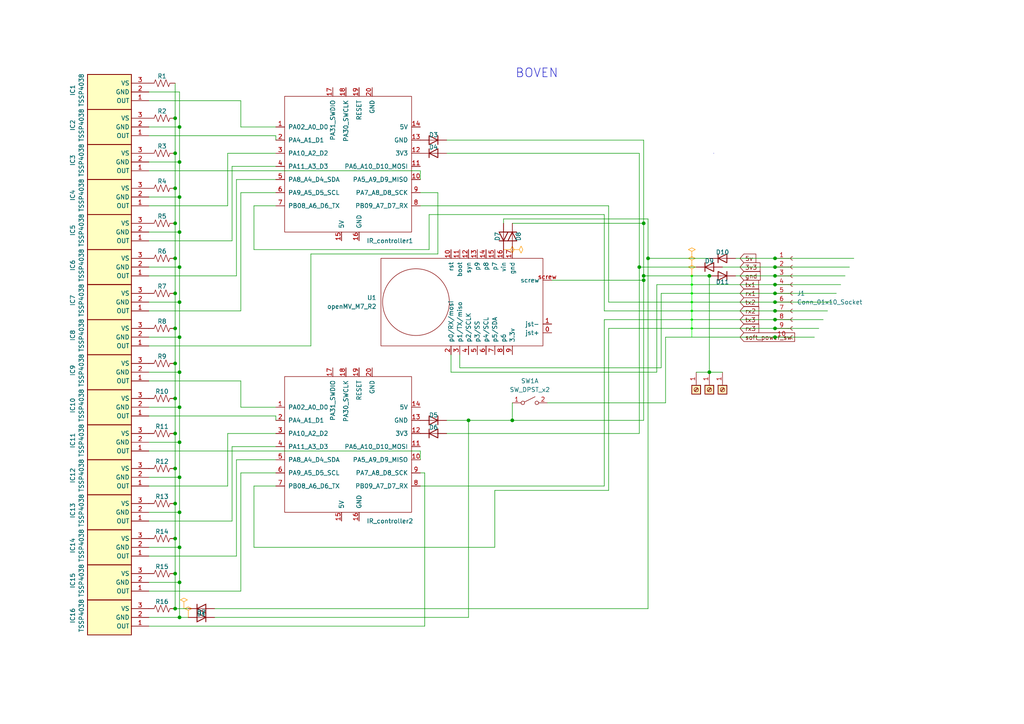
<source format=kicad_sch>
(kicad_sch (version 20250114) (generator "eeschema") (generator_version "9.0")
  (paper "A4")
  (lib_symbols
    (symbol "Connector:Conn_01x10_Socket" (pin_names (offset 1.016) (hide yes))
      (property "Reference" "J" (at 0 12.7 0))
      (property "Value" "Conn_01x10_Socket" (at 0 -15.24 0))
      (symbol "Conn_01x10_Socket_1_1"
        (polyline (pts (xy -1.27 10.16) (xy -0.508 10.16)) (stroke (width 0.1524)))
        (polyline (pts (xy -1.27 7.62) (xy -0.508 7.62)) (stroke (width 0.1524)))
        (polyline (pts (xy -1.27 5.08) (xy -0.508 5.08)) (stroke (width 0.1524)))
        (polyline (pts (xy -1.27 2.54) (xy -0.508 2.54)) (stroke (width 0.1524)))
        (polyline (pts (xy -1.27 0) (xy -0.508 0)) (stroke (width 0.1524)))
        (polyline (pts (xy -1.27 -2.54) (xy -0.508 -2.54)) (stroke (width 0.1524)))
        (polyline (pts (xy -1.27 -5.08) (xy -0.508 -5.08)) (stroke (width 0.1524)))
        (polyline (pts (xy -1.27 -7.62) (xy -0.508 -7.62)) (stroke (width 0.1524)))
        (polyline (pts (xy -1.27 -10.16) (xy -0.508 -10.16)) (stroke (width 0.1524)))
        (polyline (pts (xy -1.27 -12.7) (xy -0.508 -12.7)) (stroke (width 0.1524)))
        (arc (start 0 9.652) (mid -0.5058 10.16) (end 0 10.668) (stroke (width 0.1524)))
        (arc (start 0 7.112) (mid -0.5058 7.62) (end 0 8.128) (stroke (width 0.1524)))
        (arc (start 0 4.572) (mid -0.5058 5.08) (end 0 5.588) (stroke (width 0.1524)))
        (arc (start 0 2.032) (mid -0.5058 2.54) (end 0 3.048) (stroke (width 0.1524)))
        (arc (start 0 -0.508) (mid -0.5058 0) (end 0 0.508) (stroke (width 0.1524)))
        (arc (start 0 -3.048) (mid -0.5058 -2.54) (end 0 -2.032) (stroke (width 0.1524)))
        (arc (start 0 -5.588) (mid -0.5058 -5.08) (end 0 -4.572) (stroke (width 0.1524)))
        (arc (start 0 -8.128) (mid -0.5058 -7.62) (end 0 -7.112) (stroke (width 0.1524)))
        (arc (start 0 -10.668) (mid -0.5058 -10.16) (end 0 -9.652) (stroke (width 0.1524)))
        (arc (start 0 -13.208) (mid -0.5058 -12.7) (end 0 -12.192) (stroke (width 0.1524)))
        (pin passive line (at -5.08 10.16 0) (length 3.81) (name "Pin_1") (number "1"))
        (pin passive line (at -5.08 7.62 0) (length 3.81) (name "Pin_2") (number "2"))
        (pin passive line (at -5.08 5.08 0) (length 3.81) (name "Pin_3") (number "3"))
        (pin passive line (at -5.08 2.54 0) (length 3.81) (name "Pin_4") (number "4"))
        (pin passive line (at -5.08 0 0) (length 3.81) (name "Pin_5") (number "5"))
        (pin passive line (at -5.08 -2.54 0) (length 3.81) (name "Pin_6") (number "6"))
        (pin passive line (at -5.08 -5.08 0) (length 3.81) (name "Pin_7") (number "7"))
        (pin passive line (at -5.08 -7.62 0) (length 3.81) (name "Pin_8") (number "8"))
        (pin passive line (at -5.08 -10.16 0) (length 3.81) (name "Pin_9") (number "9"))
        (pin passive line (at -5.08 -12.7 0) (length 3.81) (name "Pin_10") (number "10"))
      )
    )
    (symbol "Connector:Screw_Terminal_01x01" (pin_names (offset 1.016) (hide yes))
      (property "Reference" "J" (at 0 2.54 0))
      (property "Value" "Screw_Terminal_01x01" (at 0 -2.54 0))
      (symbol "Screw_Terminal_01x01_1_1"
        (rectangle (start -1.27 1.27) (end 1.27 -1.27) (stroke (width 0.254)) (fill (type background)))
        (polyline (pts (xy -0.5334 0.3302) (xy 0.3302 -0.508)) (stroke (width 0.1524)))
        (polyline (pts (xy -0.3556 0.508) (xy 0.508 -0.3302)) (stroke (width 0.1524)))
        (circle (center 0 0) (radius 0.635) (stroke (width 0.1524)))
        (pin passive line (at -5.08 0 0) (length 3.81) (name "Pin_1") (number "1"))
      )
    )
    (symbol "Library:D" (pin_numbers (hide yes)) (pin_names (offset 1.016) (hide yes))
      (property "Reference" "D" (at 0 2.54 0))
      (property "Value" "D" (at 0 -2.54 0))
      (symbol "D_0_1"
        (polyline (pts (xy -1.27 1.27) (xy -1.27 -1.27)) (stroke (width 0.254)))
        (polyline (pts (xy 1.27 1.27) (xy 1.27 -1.27) (xy -1.27 0) (xy 1.27 1.27)) (stroke (width 0.254)))
        (polyline (pts (xy 1.27 0) (xy -1.27 0)))
      )
      (symbol "D_1_1"
        (pin passive line (at -3.81 0 0) (length 2.54) (name "K") (number "1"))
        (pin passive line (at 3.81 0 180) (length 2.54) (name "A") (number "2"))
      )
    )
    (symbol "Library:R_US" (pin_numbers (hide yes)) (pin_names (offset 0))
      (property "Reference" "R" (at 2.54 0 90))
      (property "Value" "R_US" (at -2.54 0 90))
      (symbol "R_US_0_1"
        (polyline (pts (xy 0 2.286) (xy 0 2.54)))
        (polyline (pts (xy 0 2.286) (xy 1.016 1.905) (xy 0 1.524) (xy -1.016 1.143) (xy 0 0.762)))
        (polyline (pts (xy 0 0.762) (xy 1.016 0.381) (xy 0 0) (xy -1.016 -0.381) (xy 0 -0.762)))
        (polyline (pts (xy 0 -0.762) (xy 1.016 -1.143) (xy 0 -1.524) (xy -1.016 -1.905) (xy 0 -2.286)))
        (polyline (pts (xy 0 -2.286) (xy 0 -2.54)))
      )
      (symbol "R_US_1_1"
        (pin passive line (at 0 3.81 270) (length 1.27) (name "~") (number "1"))
        (pin passive line (at 0 -3.81 90) (length 1.27) (name "~") (number "2"))
      )
    )
    (symbol "Library:SW_DPST_x2" (pin_names (offset 0) (hide yes))
      (property "Reference" "SW" (at 0 3.175 0))
      (property "Value" "SW_DPST_x2" (at 0 -2.54 0))
      (symbol "SW_DPST_x2_0_0"
        (circle (center -2.032 0) (radius 0.508))
        (polyline (pts (xy -1.524 0.254) (xy 1.524 1.778)))
        (circle (center 2.032 0) (radius 0.508))
      )
      (symbol "SW_DPST_x2_1_1"
        (pin passive line (at -5.08 0 0) (length 2.54) (name "A") (number "1"))
        (pin passive line (at 5.08 0 180) (length 2.54) (name "B") (number "2"))
      )
      (symbol "SW_DPST_x2_2_1"
        (pin passive line (at -5.08 0 0) (length 2.54) (name "A") (number "3"))
        (pin passive line (at 5.08 0 180) (length 2.54) (name "B") (number "4"))
      )
    )
    (symbol "Library:Seeed Studio XIAO SAMD21" (pin_names (offset 1.016))
      (property "Reference" "U" (at -19.05 22.86 0))
      (property "Value" "Seeed Studio XIAO SAMD21" (at -12.7 21.59 0))
      (symbol "Seeed Studio XIAO SAMD21_0_1"
        (rectangle (start -19.05 20.32) (end 17.78 -19.05))
      )
      (symbol "Seeed Studio XIAO SAMD21_1_1"
        (pin unspecified line (at -21.59 11.43 0) (length 2.54) (name "PA02_A0_D0") (number "1"))
        (pin unspecified line (at -21.59 7.62 0) (length 2.54) (name "PA4_A1_D1") (number "2"))
        (pin unspecified line (at -21.59 3.81 0) (length 2.54) (name "PA10_A2_D2") (number "3"))
        (pin unspecified line (at -21.59 0 0) (length 2.54) (name "PA11_A3_D3") (number "4"))
        (pin unspecified line (at -21.59 -3.81 0) (length 2.54) (name "PA8_A4_D4_SDA") (number "5"))
        (pin unspecified line (at -21.59 -7.62 0) (length 2.54) (name "PA9_A5_D5_SCL") (number "6"))
        (pin unspecified line (at -21.59 -11.43 0) (length 2.54) (name "PB08_A6_D6_TX") (number "7"))
        (pin input line (at -5.08 22.86 270) (length 2.54) (name "PA31_SWDIO") (number "17"))
        (pin input line (at -2.54 -21.59 90) (length 2.54) (name "5V") (number "15"))
        (pin input line (at -1.27 22.86 270) (length 2.54) (name "PA30_SWCLK") (number "18"))
        (pin input line (at 2.54 22.86 270) (length 2.54) (name "RESET") (number "19"))
        (pin input line (at 2.54 -21.59 90) (length 2.54) (name "GND") (number "16"))
        (pin input line (at 6.35 22.86 270) (length 2.54) (name "GND") (number "20"))
        (pin unspecified line (at 20.32 11.43 180) (length 2.54) (name "5V") (number "14"))
        (pin unspecified line (at 20.32 7.62 180) (length 2.54) (name "GND") (number "13"))
        (pin unspecified line (at 20.32 3.81 180) (length 2.54) (name "3V3") (number "12"))
        (pin unspecified line (at 20.32 0 180) (length 2.54) (name "PA6_A10_D10_MOSI") (number "11"))
        (pin unspecified line (at 20.32 -3.81 180) (length 2.54) (name "PA5_A9_D9_MISO") (number "10"))
        (pin unspecified line (at 20.32 -7.62 180) (length 2.54) (name "PA7_A8_D8_SCK") (number "9"))
        (pin unspecified line (at 20.32 -11.43 180) (length 2.54) (name "PB09_A7_D7_RX") (number "8"))
      )
    )
    (symbol "Library:TSSP4038"
      (property "Reference" "IC" (at 19.05 7.62 0))
      (property "Value" "TSSP4038" (at 19.05 5.08 0))
      (symbol "TSSP4038_1_1"
        (rectangle (start 5.08 2.54) (end 17.78 -7.62) (stroke (width 0.254)) (fill (type background)))
        (pin passive line (at 0 0 0) (length 5.08) (name "OUT") (number "1"))
        (pin passive line (at 0 -2.54 0) (length 5.08) (name "GND") (number "2"))
        (pin passive line (at 0 -5.08 0) (length 5.08) (name "VS") (number "3"))
      )
    )
    (symbol "Library:openMV_M7_R2" (pin_names (offset 1.016))
      (property "Reference" "U" (at 0 34.29 0))
      (property "Value" "openMV_M7_R2" (at 0 30.48 0))
      (symbol "openMV_M7_R2_0_1"
        (rectangle (start -12.7 25.4) (end 12.7 -21.59))
        (circle (center 0 15.24) (radius 9.6774))
      )
      (symbol "openMV_M7_R2_1_1"
        (pin bidirectional line (at -15.24 5.08 0) (length 2.54) (name "p0/RX/mosi") (number "2"))
        (pin bidirectional line (at -15.24 2.54 0) (length 2.54) (name "p1/TX/miso") (number "3"))
        (pin bidirectional line (at -15.24 0 0) (length 2.54) (name "p2/SCLK") (number "4"))
        (pin bidirectional line (at -15.24 -2.54 0) (length 2.54) (name "p3/SS") (number "5"))
        (pin bidirectional line (at -15.24 -5.08 0) (length 2.54) (name "p4/SCL") (number "6"))
        (pin bidirectional line (at -15.24 -7.62 0) (length 2.54) (name "p5/SDA") (number "7"))
        (pin bidirectional line (at -15.24 -10.16 0) (length 2.54) (name "p6") (number "8"))
        (pin power_in line (at -15.24 -12.7 0) (length 2.54) (name "3.3v") (number "9"))
        (pin power_in line (at -8.89 -24.13 90) (length 2.54) (name "jst+") (number "0"))
        (pin power_in line (at -6.35 -24.13 90) (length 2.54) (name "jst-") (number "1"))
        (pin passive line (at 6.35 -24.13 90) (length 2.54) (name "screw") (number "screw"))
        (pin input line (at 15.24 5.08 180) (length 2.54) (name "rst") (number "10"))
        (pin bidirectional line (at 15.24 2.54 180) (length 2.54) (name "boot") (number "11"))
        (pin bidirectional line (at 15.24 0 180) (length 2.54) (name "syn") (number "12"))
        (pin bidirectional line (at 15.24 -2.54 180) (length 2.54) (name "p9") (number "13"))
        (pin bidirectional line (at 15.24 -5.08 180) (length 2.54) (name "p8") (number "14"))
        (pin bidirectional line (at 15.24 -7.62 180) (length 2.54) (name "p7") (number "15"))
        (pin bidirectional line (at 15.24 -10.16 180) (length 2.54) (name "vin") (number "16"))
        (pin bidirectional line (at 15.24 -12.7 180) (length 2.54) (name "gnd") (number "17"))
      )
    )
  )
  (rectangle (start 207.01 44.45) (end 207.01 44.45))
  (text "BOVEN\n" (at 155.702 21.336 0) (effects (font (size 2.54 2.54))))
  (junction (at 224.79 95.25))
  (junction (at 52.07 97.79))
  (junction (at 52.07 138.43))
  (junction (at 224.79 82.55))
  (junction (at 52.07 87.63))
  (junction (at 50.8 74.93))
  (junction (at 187.96 74.93))
  (junction (at 50.8 156.21))
  (junction (at 50.8 135.89))
  (junction (at 52.07 148.59))
  (junction (at 52.07 57.15))
  (junction (at 50.8 166.37))
  (junction (at 205.74 107.95))
  (junction (at 50.8 105.41))
  (junction (at 52.07 107.95))
  (junction (at 52.07 36.83))
  (junction (at 224.79 92.71))
  (junction (at 224.79 87.63))
  (junction (at 186.69 81.28))
  (junction (at 205.74 80.01))
  (junction (at 52.07 46.99))
  (junction (at 224.79 97.79))
  (junction (at 50.8 146.05))
  (junction (at 52.07 179.07))
  (junction (at 224.79 74.93))
  (junction (at 224.79 77.47))
  (junction (at 50.8 44.45))
  (junction (at 50.8 115.57))
  (junction (at 52.07 128.27))
  (junction (at 224.79 80.01))
  (junction (at 50.8 85.09))
  (junction (at 224.79 90.17))
  (junction (at 50.8 34.29))
  (junction (at 135.89 121.92))
  (junction (at 224.79 85.09))
  (junction (at 148.59 121.92))
  (junction (at 50.8 125.73))
  (junction (at 186.69 64.77))
  (junction (at 52.07 67.31))
  (junction (at 52.07 118.11))
  (junction (at 50.8 176.53))
  (junction (at 52.07 168.91))
  (junction (at 50.8 64.77))
  (junction (at 50.8 54.61))
  (junction (at 50.8 95.25))
  (junction (at 52.07 77.47))
  (junction (at 185.42 77.47))
  (junction (at 52.07 158.75))
  (junction (at 186.69 80.01))
  (wire (pts (xy 213.36 74.93) (xy 224.79 74.93)))
  (wire (pts (xy 224.79 77.47) (xy 246.38 77.47)))
  (wire (pts (xy 62.23 179.07) (xy 135.89 179.07)))
  (wire (pts (xy 67.31 48.26) (xy 80.01 48.26)))
  (wire (pts (xy 185.42 77.47) (xy 185.42 125.73)))
  (wire (pts (xy 50.8 24.13) (xy 50.8 34.29)))
  (wire (pts (xy 186.69 40.64) (xy 186.69 64.77)))
  (wire (pts (xy 148.59 121.92) (xy 186.69 121.92)))
  (wire (pts (xy 43.18 130.81) (xy 121.92 130.81)))
  (wire (pts (xy 143.51 158.75) (xy 143.51 142.24)))
  (wire (pts (xy 224.79 80.01) (xy 245.11 80.01)))
  (wire (pts (xy 69.85 110.49) (xy 69.85 118.11)))
  (wire (pts (xy 50.8 176.53) (xy 54.61 176.53)))
  (wire (pts (xy 69.85 118.11) (xy 80.01 118.11)))
  (wire (pts (xy 67.31 129.54) (xy 80.01 129.54)))
  (wire (pts (xy 66.04 44.45) (xy 66.04 59.69)))
  (wire (pts (xy 73.66 140.97) (xy 73.66 158.75)))
  (wire (pts (xy 52.07 36.83) (xy 43.18 36.83)))
  (wire (pts (xy 175.26 90.17) (xy 224.79 90.17)))
  (wire (pts (xy 80.01 133.35) (xy 68.58 133.35)))
  (wire (pts (xy 176.53 87.63) (xy 176.53 59.69)))
  (wire (pts (xy 43.18 69.85) (xy 67.31 69.85)))
  (wire (pts (xy 43.18 67.31) (xy 52.07 67.31)))
  (wire (pts (xy 52.07 138.43) (xy 43.18 138.43)))
  (wire (pts (xy 160.02 81.28) (xy 186.69 81.28)))
  (wire (pts (xy 43.18 46.99) (xy 52.07 46.99)))
  (wire (pts (xy 52.07 148.59) (xy 52.07 158.75)))
  (wire (pts (xy 67.31 69.85) (xy 67.31 48.26)))
  (wire (pts (xy 224.79 74.93) (xy 247.65 74.93)))
  (wire (pts (xy 52.07 87.63) (xy 52.07 97.79)))
  (wire (pts (xy 50.8 44.45) (xy 50.8 54.61)))
  (wire (pts (xy 193.04 116.84) (xy 193.04 97.79)))
  (wire (pts (xy 186.69 64.77) (xy 186.69 80.01)))
  (wire (pts (xy 69.85 137.16) (xy 80.01 137.16)))
  (wire (pts (xy 121.92 49.53) (xy 121.92 52.07)))
  (wire (pts (xy 224.79 87.63) (xy 241.3 87.63)))
  (wire (pts (xy 148.59 116.84) (xy 148.59 121.92)))
  (wire (pts (xy 50.8 105.41) (xy 50.8 115.57)))
  (wire (pts (xy 43.18 120.65) (xy 80.01 120.65)))
  (wire (pts (xy 50.8 85.09) (xy 50.8 95.25)))
  (wire (pts (xy 175.26 62.23) (xy 175.26 90.17)))
  (wire (pts (xy 52.07 158.75) (xy 43.18 158.75)))
  (wire (pts (xy 52.07 118.11) (xy 43.18 118.11)))
  (wire (pts (xy 130.81 102.87) (xy 130.81 107.95)))
  (wire (pts (xy 43.18 181.61) (xy 123.19 181.61)))
  (wire (pts (xy 213.36 80.01) (xy 224.79 80.01)))
  (wire (pts (xy 52.07 57.15) (xy 43.18 57.15)))
  (wire (pts (xy 123.19 181.61) (xy 123.19 137.16)))
  (wire (pts (xy 129.54 125.73) (xy 185.42 125.73)))
  (wire (pts (xy 121.92 140.97) (xy 175.26 140.97)))
  (wire (pts (xy 135.89 121.92) (xy 148.59 121.92)))
  (wire (pts (xy 50.8 64.77) (xy 50.8 74.93)))
  (wire (pts (xy 185.42 77.47) (xy 201.93 77.47)))
  (wire (pts (xy 43.18 26.67) (xy 52.07 26.67)))
  (wire (pts (xy 224.79 90.17) (xy 240.03 90.17)))
  (wire (pts (xy 73.66 59.69) (xy 73.66 72.39)))
  (wire (pts (xy 90.17 100.33) (xy 90.17 73.66)))
  (wire (pts (xy 43.18 29.21) (xy 69.85 29.21)))
  (wire (pts (xy 186.69 121.92) (xy 186.69 81.28)))
  (wire (pts (xy 50.8 34.29) (xy 50.8 44.45)))
  (wire (pts (xy 130.81 107.95) (xy 190.5 107.95)))
  (wire (pts (xy 224.79 97.79) (xy 236.22 97.79)))
  (wire (pts (xy 43.18 148.59) (xy 52.07 148.59)))
  (wire (pts (xy 224.79 82.55) (xy 243.84 82.55)))
  (wire (pts (xy 176.53 87.63) (xy 224.79 87.63)))
  (wire (pts (xy 146.05 63.5) (xy 187.96 63.5)))
  (wire (pts (xy 52.07 128.27) (xy 52.07 118.11)))
  (wire (pts (xy 187.96 63.5) (xy 187.96 74.93)))
  (wire (pts (xy 52.07 46.99) (xy 52.07 57.15)))
  (wire (pts (xy 185.42 44.45) (xy 185.42 77.47)))
  (wire (pts (xy 43.18 171.45) (xy 69.85 171.45)))
  (wire (pts (xy 50.8 146.05) (xy 50.8 156.21)))
  (wire (pts (xy 224.79 92.71) (xy 238.76 92.71)))
  (wire (pts (xy 67.31 151.13) (xy 67.31 129.54)))
  (wire (pts (xy 193.04 97.79) (xy 224.79 97.79)))
  (wire (pts (xy 80.01 52.07) (xy 68.58 52.07)))
  (wire (pts (xy 124.46 72.39) (xy 124.46 62.23)))
  (wire (pts (xy 50.8 74.93) (xy 50.8 85.09)))
  (wire (pts (xy 52.07 26.67) (xy 52.07 36.83)))
  (wire (pts (xy 43.18 90.17) (xy 69.85 90.17)))
  (wire (pts (xy 73.66 72.39) (xy 124.46 72.39)))
  (wire (pts (xy 68.58 133.35) (xy 68.58 161.29)))
  (wire (pts (xy 127 73.66) (xy 127 55.88)))
  (wire (pts (xy 80.01 59.69) (xy 73.66 59.69)))
  (wire (pts (xy 69.85 55.88) (xy 80.01 55.88)))
  (wire (pts (xy 52.07 77.47) (xy 43.18 77.47)))
  (wire (pts (xy 69.85 171.45) (xy 69.85 137.16)))
  (wire (pts (xy 158.75 116.84) (xy 193.04 116.84)))
  (wire (pts (xy 50.8 54.61) (xy 50.8 64.77)))
  (wire (pts (xy 190.5 107.95) (xy 190.5 82.55)))
  (wire (pts (xy 52.07 148.59) (xy 52.07 138.43)))
  (wire (pts (xy 176.53 95.25) (xy 176.53 142.24)))
  (wire (pts (xy 90.17 73.66) (xy 127 73.66)))
  (wire (pts (xy 133.35 102.87) (xy 133.35 106.68)))
  (wire (pts (xy 176.53 95.25) (xy 224.79 95.25)))
  (wire (pts (xy 186.69 80.01) (xy 205.74 80.01)))
  (wire (pts (xy 52.07 97.79) (xy 52.07 107.95)))
  (wire (pts (xy 66.04 125.73) (xy 66.04 140.97)))
  (wire (pts (xy 43.18 39.37) (xy 80.01 39.37)))
  (wire (pts (xy 146.05 64.77) (xy 146.05 63.5)))
  (wire (pts (xy 175.26 140.97) (xy 175.26 92.71)))
  (wire (pts (xy 50.8 115.57) (xy 50.8 125.73)))
  (wire (pts (xy 52.07 97.79) (xy 43.18 97.79)))
  (wire (pts (xy 69.85 29.21) (xy 69.85 36.83)))
  (wire (pts (xy 80.01 44.45) (xy 66.04 44.45)))
  (wire (pts (xy 80.01 125.73) (xy 66.04 125.73)))
  (wire (pts (xy 43.18 87.63) (xy 52.07 87.63)))
  (wire (pts (xy 66.04 140.97) (xy 43.18 140.97)))
  (wire (pts (xy 52.07 168.91) (xy 52.07 179.07)))
  (wire (pts (xy 69.85 90.17) (xy 69.85 55.88)))
  (wire (pts (xy 176.53 59.69) (xy 121.92 59.69)))
  (wire (pts (xy 66.04 59.69) (xy 43.18 59.69)))
  (wire (pts (xy 129.54 44.45) (xy 185.42 44.45)))
  (wire (pts (xy 224.79 95.25) (xy 237.49 95.25)))
  (wire (pts (xy 52.07 179.07) (xy 54.61 179.07)))
  (wire (pts (xy 43.18 168.91) (xy 52.07 168.91)))
  (wire (pts (xy 187.96 176.53) (xy 187.96 74.93)))
  (wire (pts (xy 186.69 40.64) (xy 129.54 40.64)))
  (wire (pts (xy 205.74 80.01) (xy 205.74 107.95)))
  (wire (pts (xy 52.07 67.31) (xy 52.07 77.47)))
  (wire (pts (xy 129.54 121.92) (xy 135.89 121.92)))
  (wire (pts (xy 52.07 128.27) (xy 52.07 138.43)))
  (wire (pts (xy 209.55 77.47) (xy 224.79 77.47)))
  (wire (pts (xy 43.18 100.33) (xy 90.17 100.33)))
  (wire (pts (xy 52.07 107.95) (xy 52.07 118.11)))
  (wire (pts (xy 50.8 95.25) (xy 50.8 105.41)))
  (wire (pts (xy 133.35 106.68) (xy 191.77 106.68)))
  (wire (pts (xy 52.07 168.91) (xy 52.07 158.75)))
  (wire (pts (xy 68.58 52.07) (xy 68.58 80.01)))
  (wire (pts (xy 50.8 156.21) (xy 50.8 166.37)))
  (wire (pts (xy 121.92 130.81) (xy 121.92 133.35)))
  (wire (pts (xy 80.01 39.37) (xy 80.01 40.64)))
  (wire (pts (xy 123.19 137.16) (xy 121.92 137.16)))
  (wire (pts (xy 50.8 135.89) (xy 50.8 146.05)))
  (wire (pts (xy 191.77 106.68) (xy 191.77 85.09)))
  (wire (pts (xy 186.69 81.28) (xy 186.69 80.01)))
  (wire (pts (xy 52.07 87.63) (xy 52.07 77.47)))
  (wire (pts (xy 43.18 151.13) (xy 67.31 151.13)))
  (wire (pts (xy 175.26 92.71) (xy 224.79 92.71)))
  (wire (pts (xy 224.79 85.09) (xy 242.57 85.09)))
  (wire (pts (xy 143.51 142.24) (xy 176.53 142.24)))
  (wire (pts (xy 190.5 82.55) (xy 224.79 82.55)))
  (wire (pts (xy 52.07 179.07) (xy 43.18 179.07)))
  (wire (pts (xy 50.8 166.37) (xy 50.8 176.53)))
  (wire (pts (xy 52.07 67.31) (xy 52.07 57.15)))
  (wire (pts (xy 124.46 62.23) (xy 175.26 62.23)))
  (wire (pts (xy 43.18 110.49) (xy 69.85 110.49)))
  (wire (pts (xy 148.59 64.77) (xy 186.69 64.77)))
  (wire (pts (xy 62.23 176.53) (xy 187.96 176.53)))
  (wire (pts (xy 187.96 74.93) (xy 205.74 74.93)))
  (wire (pts (xy 68.58 161.29) (xy 43.18 161.29)))
  (wire (pts (xy 68.58 80.01) (xy 43.18 80.01)))
  (wire (pts (xy 43.18 128.27) (xy 52.07 128.27)))
  (wire (pts (xy 43.18 49.53) (xy 121.92 49.53)))
  (wire (pts (xy 43.18 107.95) (xy 52.07 107.95)))
  (wire (pts (xy 69.85 36.83) (xy 80.01 36.83)))
  (wire (pts (xy 80.01 120.65) (xy 80.01 121.92)))
  (wire (pts (xy 73.66 158.75) (xy 143.51 158.75)))
  (wire (pts (xy 50.8 125.73) (xy 50.8 135.89)))
  (wire (pts (xy 201.93 107.95) (xy 205.74 107.95)))
  (wire (pts (xy 205.74 107.95) (xy 209.55 107.95)))
  (wire (pts (xy 52.07 46.99) (xy 52.07 36.83)))
  (wire (pts (xy 121.92 55.88) (xy 127 55.88)))
  (wire (pts (xy 135.89 179.07) (xy 135.89 121.92)))
  (wire (pts (xy 80.01 140.97) (xy 73.66 140.97)))
  (wire (pts (xy 191.77 85.09) (xy 224.79 85.09)))
  (global_label "gnd" (shape input) (at 214.63 80.01 0) (property "Intersheetrefs" "${INTERSHEET_REFS}" (effects (hide yes))))
  (global_label "3v3" (shape input) (at 214.63 77.47 0) (property "Intersheetrefs" "${INTERSHEET_REFS}" (effects (hide yes))))
  (global_label "tx3" (shape input) (at 214.63 92.71 0) (property "Intersheetrefs" "${INTERSHEET_REFS}" (effects (hide yes))))
  (global_label "tx1" (shape input) (at 214.63 82.55 0) (property "Intersheetrefs" "${INTERSHEET_REFS}" (effects (hide yes))))
  (global_label "tx2" (shape input) (at 214.63 87.63 0) (property "Intersheetrefs" "${INTERSHEET_REFS}" (effects (hide yes))))
  (global_label "5v" (shape input) (at 214.63 74.93 0) (property "Intersheetrefs" "${INTERSHEET_REFS}" (effects (hide yes))))
  (global_label "rx3" (shape input) (at 214.63 95.25 0) (property "Intersheetrefs" "${INTERSHEET_REFS}" (effects (hide yes))))
  (global_label "rx1" (shape input) (at 214.63 85.09 0) (property "Intersheetrefs" "${INTERSHEET_REFS}" (effects (hide yes))))
  (global_label "rx2" (shape input) (at 214.63 90.17 0) (property "Intersheetrefs" "${INTERSHEET_REFS}" (effects (hide yes))))
  (global_label "soft_power_sw" (shape input) (at 214.63 97.79 0) (property "Intersheetrefs" "${INTERSHEET_REFS}" (effects (hide yes))))
  (netclass_flag "" (length 2.54) (shape diamond) (at 148.59 72.39 270) (property "Netclass" "POWER" (effects (hide yes))))
  (netclass_flag "" (length 2.54) (shape diamond) (at 53.34 176.53 0) (property "Netclass" "POWER" (effects (hide yes))))
  (netclass_flag "" (length 2.54) (shape dot) (at 200.66 92.71 0) (property "Netclass" "SIGNAL" (effects (hide yes))))
  (netclass_flag "" (length 2.54) (shape diamond) (at 54.61 179.07 0) (property "Netclass" "POWER" (effects (hide yes))))
  (netclass_flag "" (length 2.54) (shape dot) (at 200.66 97.79 0) (property "Netclass" "SIGNAL" (effects (hide yes))))
  (netclass_flag "" (length 2.54) (shape diamond) (at 200.66 74.93 0) (property "Netclass" "POWER" (effects (hide yes))))
  (netclass_flag "" (length 2.54) (shape dot) (at 200.66 90.17 0) (property "Netclass" "SIGNAL" (effects (hide yes))))
  (netclass_flag "" (length 2.54) (shape dot) (at 200.66 85.09 0) (property "Netclass" "SIGNAL" (effects (hide yes))))
  (netclass_flag "" (length 2.54) (shape dot) (at 200.66 95.25 0) (property "Netclass" "SIGNAL" (effects (hide yes))))
  (netclass_flag "" (length 2.54) (shape dot) (at 200.66 82.55 0) (property "Netclass" "SIGNAL" (effects (hide yes))))
  (netclass_flag "" (length 2.54) (shape diamond) (at 200.66 77.47 0) (property "Netclass" "POWER" (effects (hide yes))))
  (netclass_flag "" (length 2.54) (shape dot) (at 200.66 87.63 0) (property "Netclass" "SIGNAL" (effects (hide yes))))
  (netclass_flag "" (length 2.54) (shape diamond) (at 200.66 80.01 0) (property "Netclass" "POWER" (effects (hide yes))))
  (netclass_flag "" (length 2.54) (shape diamond) (at 146.05 72.39 270) (property "Netclass" "POWER" (effects (hide yes))))
  (symbol (lib_id "Library:TSSP4038") (at 43.18 90.17 180) (unit 1)
    (property "Reference" "IC7" (at 21.082 87.122 90))
    (property "Value" "TSSP4038" (at 23.622 87.122 90))
    (property "Footprint" "Library:TSSP4038" (effects (hide yes)))
    (property "Datasheet" "https://componentsearchengine.com/Datasheets/2/TSSP4038.pdf" (effects (hide yes)))
    (property "Description" "IR Receiver Module 38KHz 25m EMI 3-Pin Vishay TSSP4038, 38kHz IR Receiver, 950nm +/-45 , 25m Range, 2.5V - 5V, Through Hole, 6 x 3.9 x 6.95mm" (effects (hide yes)))
    (property "Manufacturer_Name" "Vishay" (effects (hide yes)))
    (property "Manufacturer_Part_Number" "TSSP4038" (effects (hide yes)))
    (property "Mouser Part Number" "782-TSSP4038" (effects (hide yes)))
    (property "Mouser Price/Stock" "https://www.mouser.co.uk/ProductDetail/Vishay-Semiconductors/TSSP4038?qs=lgjwDzixuo3Ja5hn%252BEmOdw%3D%3D" (effects (hide yes)))
    (property "Arrow Part Number" "TSSP4038" (effects (hide yes)))
    (property "Arrow Price/Stock" "https://www.arrow.com/en/products/tssp4038/vishay?region=nac" (effects (hide yes)))
  )
  (symbol (lib_id "Library:R_US") (at 46.99 105.41 90) (unit 1)
    (property "Reference" "R9" (at 46.99 103.378 90))
    (property "Value" "R_US" (effects (hide yes)))
    (property "Footprint" "Resistor_THT:R_Axial_DIN0207_L6.3mm_D2.5mm_P10.16mm_Horizontal" (effects (hide yes)))
    (property "Description" "Resistor, US symbol" (effects (hide yes)))
  )
  (symbol (lib_id "Library:R_US") (at 46.99 166.37 90) (unit 1)
    (property "Reference" "R15" (at 46.99 164.338 90))
    (property "Value" "R_US" (effects (hide yes)))
    (property "Footprint" "Resistor_THT:R_Axial_DIN0207_L6.3mm_D2.5mm_P10.16mm_Horizontal" (effects (hide yes)))
    (property "Description" "Resistor, US symbol" (effects (hide yes)))
  )
  (symbol (lib_id "Library:D") (at 209.55 80.01 180) (unit 1)
    (property "Reference" "D11" (at 209.55 81.788 0))
    (property "Value" "D" (effects (hide yes)))
    (property "Footprint" "Diode_SMD:D_MELF-RM10_Universal_Handsoldering" (effects (hide yes)))
    (property "Description" "Diode" (effects (hide yes)))
    (property "Sim.Device" "D" (effects (hide yes)))
    (property "Sim.Pins" "1=K 2=A" (effects (hide yes)))
  )
  (symbol (lib_id "Library:Seeed Studio XIAO SAMD21") (at 101.6 48.26 0) (unit 1)
    (property "Reference" "IR_controller1" (at 106.3341 69.85 0) (effects (justify left)))
    (property "Value" "Seeed Studio XIAO SAMD21" (effects (hide yes)))
    (property "Footprint" "Library:Seeduino Xiao Kicad af" (effects (hide yes)))
  )
  (symbol (lib_id "Library:R_US") (at 46.99 95.25 90) (unit 1)
    (property "Reference" "R8" (at 46.99 93.218 90))
    (property "Value" "R_US" (effects (hide yes)))
    (property "Footprint" "Resistor_THT:R_Axial_DIN0207_L6.3mm_D2.5mm_P10.16mm_Horizontal" (effects (hide yes)))
    (property "Description" "Resistor, US symbol" (effects (hide yes)))
  )
  (symbol (lib_id "Library:TSSP4038") (at 43.18 120.65 180) (unit 1)
    (property "Reference" "IC10" (at 21.082 117.602 90))
    (property "Value" "TSSP4038" (at 23.622 117.602 90))
    (property "Footprint" "Library:TSSP4038" (effects (hide yes)))
    (property "Datasheet" "https://componentsearchengine.com/Datasheets/2/TSSP4038.pdf" (effects (hide yes)))
    (property "Description" "IR Receiver Module 38KHz 25m EMI 3-Pin Vishay TSSP4038, 38kHz IR Receiver, 950nm +/-45 , 25m Range, 2.5V - 5V, Through Hole, 6 x 3.9 x 6.95mm" (effects (hide yes)))
    (property "Manufacturer_Name" "Vishay" (effects (hide yes)))
    (property "Manufacturer_Part_Number" "TSSP4038" (effects (hide yes)))
    (property "Mouser Part Number" "782-TSSP4038" (effects (hide yes)))
    (property "Mouser Price/Stock" "https://www.mouser.co.uk/ProductDetail/Vishay-Semiconductors/TSSP4038?qs=lgjwDzixuo3Ja5hn%252BEmOdw%3D%3D" (effects (hide yes)))
    (property "Arrow Part Number" "TSSP4038" (effects (hide yes)))
    (property "Arrow Price/Stock" "https://www.arrow.com/en/products/tssp4038/vishay?region=nac" (effects (hide yes)))
  )
  (symbol (lib_id "Library:TSSP4038") (at 43.18 171.45 180) (unit 1)
    (property "Reference" "IC15" (at 21.082 168.402 90))
    (property "Value" "TSSP4038" (at 23.622 168.402 90))
    (property "Footprint" "Library:TSSP4038" (effects (hide yes)))
    (property "Datasheet" "https://componentsearchengine.com/Datasheets/2/TSSP4038.pdf" (effects (hide yes)))
    (property "Description" "IR Receiver Module 38KHz 25m EMI 3-Pin Vishay TSSP4038, 38kHz IR Receiver, 950nm +/-45 , 25m Range, 2.5V - 5V, Through Hole, 6 x 3.9 x 6.95mm" (effects (hide yes)))
    (property "Manufacturer_Name" "Vishay" (effects (hide yes)))
    (property "Manufacturer_Part_Number" "TSSP4038" (effects (hide yes)))
    (property "Mouser Part Number" "782-TSSP4038" (effects (hide yes)))
    (property "Mouser Price/Stock" "https://www.mouser.co.uk/ProductDetail/Vishay-Semiconductors/TSSP4038?qs=lgjwDzixuo3Ja5hn%252BEmOdw%3D%3D" (effects (hide yes)))
    (property "Arrow Part Number" "TSSP4038" (effects (hide yes)))
    (property "Arrow Price/Stock" "https://www.arrow.com/en/products/tssp4038/vishay?region=nac" (effects (hide yes)))
  )
  (symbol (lib_id "Library:D") (at 125.73 40.64 180) (unit 1)
    (property "Reference" "D3" (at 125.73 39.116 0))
    (property "Value" "D" (effects (hide yes)))
    (property "Footprint" "Diode_SMD:D_MELF-RM10_Universal_Handsoldering" (effects (hide yes)))
    (property "Description" "Diode" (effects (hide yes)))
    (property "Sim.Device" "D" (effects (hide yes)))
    (property "Sim.Pins" "1=K 2=A" (effects (hide yes)))
  )
  (symbol (lib_id "Library:TSSP4038") (at 43.18 151.13 180) (unit 1)
    (property "Reference" "IC13" (at 21.082 148.082 90))
    (property "Value" "TSSP4038" (at 23.622 148.082 90))
    (property "Footprint" "Library:TSSP4038" (effects (hide yes)))
    (property "Datasheet" "https://componentsearchengine.com/Datasheets/2/TSSP4038.pdf" (effects (hide yes)))
    (property "Description" "IR Receiver Module 38KHz 25m EMI 3-Pin Vishay TSSP4038, 38kHz IR Receiver, 950nm +/-45 , 25m Range, 2.5V - 5V, Through Hole, 6 x 3.9 x 6.95mm" (effects (hide yes)))
    (property "Manufacturer_Name" "Vishay" (effects (hide yes)))
    (property "Manufacturer_Part_Number" "TSSP4038" (effects (hide yes)))
    (property "Mouser Part Number" "782-TSSP4038" (effects (hide yes)))
    (property "Mouser Price/Stock" "https://www.mouser.co.uk/ProductDetail/Vishay-Semiconductors/TSSP4038?qs=lgjwDzixuo3Ja5hn%252BEmOdw%3D%3D" (effects (hide yes)))
    (property "Arrow Part Number" "TSSP4038" (effects (hide yes)))
    (property "Arrow Price/Stock" "https://www.arrow.com/en/products/tssp4038/vishay?region=nac" (effects (hide yes)))
  )
  (symbol (lib_id "Library:TSSP4038") (at 43.18 29.21 180) (unit 1)
    (property "Reference" "IC1" (at 21.082 26.162 90))
    (property "Value" "TSSP4038" (at 23.622 26.162 90))
    (property "Footprint" "Library:TSSP4038" (effects (hide yes)))
    (property "Datasheet" "https://componentsearchengine.com/Datasheets/2/TSSP4038.pdf" (effects (hide yes)))
    (property "Description" "IR Receiver Module 38KHz 25m EMI 3-Pin Vishay TSSP4038, 38kHz IR Receiver, 950nm +/-45 , 25m Range, 2.5V - 5V, Through Hole, 6 x 3.9 x 6.95mm" (effects (hide yes)))
    (property "Manufacturer_Name" "Vishay" (effects (hide yes)))
    (property "Manufacturer_Part_Number" "TSSP4038" (effects (hide yes)))
    (property "Mouser Part Number" "782-TSSP4038" (effects (hide yes)))
    (property "Mouser Price/Stock" "https://www.mouser.co.uk/ProductDetail/Vishay-Semiconductors/TSSP4038?qs=lgjwDzixuo3Ja5hn%252BEmOdw%3D%3D" (effects (hide yes)))
    (property "Arrow Part Number" "TSSP4038" (effects (hide yes)))
    (property "Arrow Price/Stock" "https://www.arrow.com/en/products/tssp4038/vishay?region=nac" (effects (hide yes)))
  )
  (symbol (lib_id "Connector:Screw_Terminal_01x01") (at 205.74 113.03 270) (unit 1)
    (property "Reference" "J3" (effects (hide yes)))
    (property "Value" "Screw_Terminal_01x01" (effects (hide yes)))
    (property "Footprint" "MountingHole:MountingHole_4.3mm_M4_ISO7380_Pad" (effects (hide yes)))
    (property "Description" "Generic screw terminal, single row, 01x01, script generated (kicad-library-utils/schlib/autogen/connector/)" (effects (hide yes)))
  )
  (symbol (lib_id "Library:openMV_M7_R2") (at 135.89 87.63 90) (unit 1)
    (property "Reference" "U1" (at 109.22 86.3599 90) (effects (justify left)))
    (property "Value" "openMV_M7_R2" (at 109.22 88.8999 90) (effects (justify left)))
    (property "Footprint" "Library:openmv_m7_r2" (effects (hide yes)))
  )
  (symbol (lib_id "Library:D") (at 58.42 176.53 0) (unit 1)
    (property "Reference" "D1" (at 58.42 178.054 0))
    (property "Value" "D" (effects (hide yes)))
    (property "Footprint" "Diode_SMD:D_MELF-RM10_Universal_Handsoldering" (effects (hide yes)))
    (property "Description" "Diode" (effects (hide yes)))
    (property "Sim.Device" "D" (effects (hide yes)))
    (property "Sim.Pins" "1=K 2=A" (effects (hide yes)))
  )
  (symbol (lib_id "Library:D") (at 125.73 121.92 180) (unit 1)
    (property "Reference" "D5" (at 125.73 120.396 0))
    (property "Value" "D" (effects (hide yes)))
    (property "Footprint" "Diode_SMD:D_MELF-RM10_Universal_Handsoldering" (effects (hide yes)))
    (property "Description" "Diode" (effects (hide yes)))
    (property "Sim.Device" "D" (effects (hide yes)))
    (property "Sim.Pins" "1=K 2=A" (effects (hide yes)))
  )
  (symbol (lib_id "Library:TSSP4038") (at 43.18 80.01 180) (unit 1)
    (property "Reference" "IC6" (at 21.082 76.962 90))
    (property "Value" "TSSP4038" (at 23.622 76.962 90))
    (property "Footprint" "Library:TSSP4038" (effects (hide yes)))
    (property "Datasheet" "https://componentsearchengine.com/Datasheets/2/TSSP4038.pdf" (effects (hide yes)))
    (property "Description" "IR Receiver Module 38KHz 25m EMI 3-Pin Vishay TSSP4038, 38kHz IR Receiver, 950nm +/-45 , 25m Range, 2.5V - 5V, Through Hole, 6 x 3.9 x 6.95mm" (effects (hide yes)))
    (property "Manufacturer_Name" "Vishay" (effects (hide yes)))
    (property "Manufacturer_Part_Number" "TSSP4038" (effects (hide yes)))
    (property "Mouser Part Number" "782-TSSP4038" (effects (hide yes)))
    (property "Mouser Price/Stock" "https://www.mouser.co.uk/ProductDetail/Vishay-Semiconductors/TSSP4038?qs=lgjwDzixuo3Ja5hn%252BEmOdw%3D%3D" (effects (hide yes)))
    (property "Arrow Part Number" "TSSP4038" (effects (hide yes)))
    (property "Arrow Price/Stock" "https://www.arrow.com/en/products/tssp4038/vishay?region=nac" (effects (hide yes)))
  )
  (symbol (lib_id "Library:R_US") (at 46.99 64.77 90) (unit 1)
    (property "Reference" "R5" (at 46.99 62.738 90))
    (property "Value" "R_US" (effects (hide yes)))
    (property "Footprint" "Resistor_THT:R_Axial_DIN0207_L6.3mm_D2.5mm_P10.16mm_Horizontal" (effects (hide yes)))
    (property "Description" "Resistor, US symbol" (effects (hide yes)))
  )
  (symbol (lib_id "Library:D") (at 209.55 74.93 0) (unit 1)
    (property "Reference" "D10" (at 209.55 73.152 0))
    (property "Value" "D" (effects (hide yes)))
    (property "Footprint" "Diode_SMD:D_MELF-RM10_Universal_Handsoldering" (effects (hide yes)))
    (property "Description" "Diode" (effects (hide yes)))
    (property "Sim.Device" "D" (effects (hide yes)))
    (property "Sim.Pins" "1=K 2=A" (effects (hide yes)))
  )
  (symbol (lib_id "Library:R_US") (at 46.99 156.21 90) (unit 1)
    (property "Reference" "R14" (at 46.99 154.178 90))
    (property "Value" "R_US" (effects (hide yes)))
    (property "Footprint" "Resistor_THT:R_Axial_DIN0207_L6.3mm_D2.5mm_P10.16mm_Horizontal" (effects (hide yes)))
    (property "Description" "Resistor, US symbol" (effects (hide yes)))
  )
  (symbol (lib_id "Library:TSSP4038") (at 43.18 59.69 180) (unit 1)
    (property "Reference" "IC4" (at 21.082 56.642 90))
    (property "Value" "TSSP4038" (at 23.622 56.642 90))
    (property "Footprint" "Library:TSSP4038" (effects (hide yes)))
    (property "Datasheet" "https://componentsearchengine.com/Datasheets/2/TSSP4038.pdf" (effects (hide yes)))
    (property "Description" "IR Receiver Module 38KHz 25m EMI 3-Pin Vishay TSSP4038, 38kHz IR Receiver, 950nm +/-45 , 25m Range, 2.5V - 5V, Through Hole, 6 x 3.9 x 6.95mm" (effects (hide yes)))
    (property "Manufacturer_Name" "Vishay" (effects (hide yes)))
    (property "Manufacturer_Part_Number" "TSSP4038" (effects (hide yes)))
    (property "Mouser Part Number" "782-TSSP4038" (effects (hide yes)))
    (property "Mouser Price/Stock" "https://www.mouser.co.uk/ProductDetail/Vishay-Semiconductors/TSSP4038?qs=lgjwDzixuo3Ja5hn%252BEmOdw%3D%3D" (effects (hide yes)))
    (property "Arrow Part Number" "TSSP4038" (effects (hide yes)))
    (property "Arrow Price/Stock" "https://www.arrow.com/en/products/tssp4038/vishay?region=nac" (effects (hide yes)))
  )
  (symbol (lib_id "Library:R_US") (at 46.99 74.93 90) (unit 1)
    (property "Reference" "R6" (at 46.99 72.898 90))
    (property "Value" "R_US" (effects (hide yes)))
    (property "Footprint" "Resistor_THT:R_Axial_DIN0207_L6.3mm_D2.5mm_P10.16mm_Horizontal" (effects (hide yes)))
    (property "Description" "Resistor, US symbol" (effects (hide yes)))
  )
  (symbol (lib_id "Library:D") (at 205.74 77.47 0) (unit 1)
    (property "Reference" "D9" (at 205.74 75.692 0))
    (property "Value" "D" (effects (hide yes)))
    (property "Footprint" "Diode_SMD:D_MELF-RM10_Universal_Handsoldering" (effects (hide yes)))
    (property "Description" "Diode" (effects (hide yes)))
    (property "Sim.Device" "D" (effects (hide yes)))
    (property "Sim.Pins" "1=K 2=A" (effects (hide yes)))
  )
  (symbol (lib_id "Library:Seeed Studio XIAO SAMD21") (at 101.6 129.54 0) (unit 1)
    (property "Reference" "IR_controller2" (at 106.3341 151.13 0) (effects (justify left)))
    (property "Value" "Seeed Studio XIAO SAMD21" (effects (hide yes)))
    (property "Footprint" "Library:Seeduino Xiao Kicad af" (effects (hide yes)))
  )
  (symbol (lib_id "Library:D") (at 125.73 44.45 0) (unit 1)
    (property "Reference" "D4" (at 125.73 42.672 0))
    (property "Value" "D" (effects (hide yes)))
    (property "Footprint" "Diode_SMD:D_MELF-RM10_Universal_Handsoldering" (effects (hide yes)))
    (property "Description" "Diode" (effects (hide yes)))
    (property "Sim.Device" "D" (effects (hide yes)))
    (property "Sim.Pins" "1=K 2=A" (effects (hide yes)))
  )
  (symbol (lib_id "Library:D") (at 146.05 68.58 90) (unit 1)
    (property "Reference" "D7" (at 144.272 68.58 0))
    (property "Value" "D" (effects (hide yes)))
    (property "Footprint" "Diode_SMD:D_MELF-RM10_Universal_Handsoldering" (effects (hide yes)))
    (property "Description" "Diode" (effects (hide yes)))
    (property "Sim.Device" "D" (effects (hide yes)))
    (property "Sim.Pins" "1=K 2=A" (effects (hide yes)))
  )
  (symbol (lib_id "Library:R_US") (at 46.99 135.89 90) (unit 1)
    (property "Reference" "R12" (at 46.99 133.858 90))
    (property "Value" "R_US" (effects (hide yes)))
    (property "Footprint" "Resistor_THT:R_Axial_DIN0207_L6.3mm_D2.5mm_P10.16mm_Horizontal" (effects (hide yes)))
    (property "Description" "Resistor, US symbol" (effects (hide yes)))
  )
  (symbol (lib_id "Connector:Screw_Terminal_01x01") (at 201.93 113.03 270) (unit 1)
    (property "Reference" "J4" (effects (hide yes)))
    (property "Value" "Screw_Terminal_01x01" (effects (hide yes)))
    (property "Footprint" "MountingHole:MountingHole_4.3mm_M4_ISO7380_Pad" (effects (hide yes)))
    (property "Description" "Generic screw terminal, single row, 01x01, script generated (kicad-library-utils/schlib/autogen/connector/)" (effects (hide yes)))
  )
  (symbol (lib_id "Library:R_US") (at 46.99 85.09 90) (unit 1)
    (property "Reference" "R7" (at 46.99 83.058 90))
    (property "Value" "R_US" (effects (hide yes)))
    (property "Footprint" "Resistor_THT:R_Axial_DIN0207_L6.3mm_D2.5mm_P10.16mm_Horizontal" (effects (hide yes)))
    (property "Description" "Resistor, US symbol" (effects (hide yes)))
  )
  (symbol (lib_id "Library:TSSP4038") (at 43.18 140.97 180) (unit 1)
    (property "Reference" "IC12" (at 21.082 137.922 90))
    (property "Value" "TSSP4038" (at 23.622 137.922 90))
    (property "Footprint" "Library:TSSP4038" (effects (hide yes)))
    (property "Datasheet" "https://componentsearchengine.com/Datasheets/2/TSSP4038.pdf" (effects (hide yes)))
    (property "Description" "IR Receiver Module 38KHz 25m EMI 3-Pin Vishay TSSP4038, 38kHz IR Receiver, 950nm +/-45 , 25m Range, 2.5V - 5V, Through Hole, 6 x 3.9 x 6.95mm" (effects (hide yes)))
    (property "Manufacturer_Name" "Vishay" (effects (hide yes)))
    (property "Manufacturer_Part_Number" "TSSP4038" (effects (hide yes)))
    (property "Mouser Part Number" "782-TSSP4038" (effects (hide yes)))
    (property "Mouser Price/Stock" "https://www.mouser.co.uk/ProductDetail/Vishay-Semiconductors/TSSP4038?qs=lgjwDzixuo3Ja5hn%252BEmOdw%3D%3D" (effects (hide yes)))
    (property "Arrow Part Number" "TSSP4038" (effects (hide yes)))
    (property "Arrow Price/Stock" "https://www.arrow.com/en/products/tssp4038/vishay?region=nac" (effects (hide yes)))
  )
  (symbol (lib_id "Library:R_US") (at 46.99 44.45 90) (unit 1)
    (property "Reference" "R3" (at 46.99 42.418 90))
    (property "Value" "R_US" (effects (hide yes)))
    (property "Footprint" "Resistor_THT:R_Axial_DIN0207_L6.3mm_D2.5mm_P10.16mm_Horizontal" (effects (hide yes)))
    (property "Description" "Resistor, US symbol" (effects (hide yes)))
  )
  (symbol (lib_id "Library:R_US") (at 46.99 125.73 90) (unit 1)
    (property "Reference" "R11" (at 46.99 123.698 90))
    (property "Value" "R_US" (effects (hide yes)))
    (property "Footprint" "Resistor_THT:R_Axial_DIN0207_L6.3mm_D2.5mm_P10.16mm_Horizontal" (effects (hide yes)))
    (property "Description" "Resistor, US symbol" (effects (hide yes)))
  )
  (symbol (lib_id "Library:TSSP4038") (at 43.18 181.61 180) (unit 1)
    (property "Reference" "IC16" (at 21.082 178.562 90))
    (property "Value" "TSSP4038" (at 23.622 178.562 90))
    (property "Footprint" "Library:TSSP4038" (effects (hide yes)))
    (property "Datasheet" "https://componentsearchengine.com/Datasheets/2/TSSP4038.pdf" (effects (hide yes)))
    (property "Description" "IR Receiver Module 38KHz 25m EMI 3-Pin Vishay TSSP4038, 38kHz IR Receiver, 950nm +/-45 , 25m Range, 2.5V - 5V, Through Hole, 6 x 3.9 x 6.95mm" (effects (hide yes)))
    (property "Manufacturer_Name" "Vishay" (effects (hide yes)))
    (property "Manufacturer_Part_Number" "TSSP4038" (effects (hide yes)))
    (property "Mouser Part Number" "782-TSSP4038" (effects (hide yes)))
    (property "Mouser Price/Stock" "https://www.mouser.co.uk/ProductDetail/Vishay-Semiconductors/TSSP4038?qs=lgjwDzixuo3Ja5hn%252BEmOdw%3D%3D" (effects (hide yes)))
    (property "Arrow Part Number" "TSSP4038" (effects (hide yes)))
    (property "Arrow Price/Stock" "https://www.arrow.com/en/products/tssp4038/vishay?region=nac" (effects (hide yes)))
  )
  (symbol (lib_id "Library:D") (at 125.73 125.73 0) (unit 1)
    (property "Reference" "D6" (at 125.73 123.952 0))
    (property "Value" "D" (effects (hide yes)))
    (property "Footprint" "Diode_SMD:D_MELF-RM10_Universal_Handsoldering" (effects (hide yes)))
    (property "Description" "Diode" (effects (hide yes)))
    (property "Sim.Device" "D" (effects (hide yes)))
    (property "Sim.Pins" "1=K 2=A" (effects (hide yes)))
  )
  (symbol (lib_id "Library:SW_DPST_x2") (at 153.67 116.84 0) (unit 1)
    (property "Reference" "SW1" (at 153.67 110.49 0))
    (property "Value" "SW_DPST_x2" (at 153.67 113.03 0))
    (property "Footprint" "Library:R1966ABLKBLKEF" (effects (hide yes)))
    (property "Description" "Single Pole Single Throw (SPST) switch, separate symbol" (effects (hide yes)))
  )
  (symbol (lib_id "Library:TSSP4038") (at 43.18 39.37 180) (unit 1)
    (property "Reference" "IC2" (at 21.082 36.322 90))
    (property "Value" "TSSP4038" (at 23.622 36.322 90))
    (property "Footprint" "Library:TSSP4038" (effects (hide yes)))
    (property "Datasheet" "https://componentsearchengine.com/Datasheets/2/TSSP4038.pdf" (effects (hide yes)))
    (property "Description" "IR Receiver Module 38KHz 25m EMI 3-Pin Vishay TSSP4038, 38kHz IR Receiver, 950nm +/-45 , 25m Range, 2.5V - 5V, Through Hole, 6 x 3.9 x 6.95mm" (effects (hide yes)))
    (property "Manufacturer_Name" "Vishay" (effects (hide yes)))
    (property "Manufacturer_Part_Number" "TSSP4038" (effects (hide yes)))
    (property "Mouser Part Number" "782-TSSP4038" (effects (hide yes)))
    (property "Mouser Price/Stock" "https://www.mouser.co.uk/ProductDetail/Vishay-Semiconductors/TSSP4038?qs=lgjwDzixuo3Ja5hn%252BEmOdw%3D%3D" (effects (hide yes)))
    (property "Arrow Part Number" "TSSP4038" (effects (hide yes)))
    (property "Arrow Price/Stock" "https://www.arrow.com/en/products/tssp4038/vishay?region=nac" (effects (hide yes)))
  )
  (symbol (lib_id "Library:R_US") (at 46.99 176.53 90) (unit 1)
    (property "Reference" "R16" (at 46.99 174.498 90))
    (property "Value" "R_US" (effects (hide yes)))
    (property "Footprint" "Resistor_THT:R_Axial_DIN0207_L6.3mm_D2.5mm_P10.16mm_Horizontal" (effects (hide yes)))
    (property "Description" "Resistor, US symbol" (effects (hide yes)))
  )
  (symbol (lib_id "Library:TSSP4038") (at 43.18 69.85 180) (unit 1)
    (property "Reference" "IC5" (at 21.082 66.802 90))
    (property "Value" "TSSP4038" (at 23.622 66.802 90))
    (property "Footprint" "Library:TSSP4038" (effects (hide yes)))
    (property "Datasheet" "https://componentsearchengine.com/Datasheets/2/TSSP4038.pdf" (effects (hide yes)))
    (property "Description" "IR Receiver Module 38KHz 25m EMI 3-Pin Vishay TSSP4038, 38kHz IR Receiver, 950nm +/-45 , 25m Range, 2.5V - 5V, Through Hole, 6 x 3.9 x 6.95mm" (effects (hide yes)))
    (property "Manufacturer_Name" "Vishay" (effects (hide yes)))
    (property "Manufacturer_Part_Number" "TSSP4038" (effects (hide yes)))
    (property "Mouser Part Number" "782-TSSP4038" (effects (hide yes)))
    (property "Mouser Price/Stock" "https://www.mouser.co.uk/ProductDetail/Vishay-Semiconductors/TSSP4038?qs=lgjwDzixuo3Ja5hn%252BEmOdw%3D%3D" (effects (hide yes)))
    (property "Arrow Part Number" "TSSP4038" (effects (hide yes)))
    (property "Arrow Price/Stock" "https://www.arrow.com/en/products/tssp4038/vishay?region=nac" (effects (hide yes)))
  )
  (symbol (lib_id "Connector:Conn_01x10_Socket") (at 229.87 85.09 0) (unit 1)
    (property "Reference" "J1" (at 231.14 85.0899 0) (effects (justify left)))
    (property "Value" "Conn_01x10_Socket" (at 231.14 87.6299 0) (effects (justify left)))
    (property "Footprint" "Connector_JST:JST_EH_S10B-EH_1x10_P2.50mm_Horizontal" (effects (hide yes)))
    (property "Description" "Generic connector, single row, 01x10, script generated" (effects (hide yes)))
  )
  (symbol (lib_id "Library:R_US") (at 46.99 115.57 90) (unit 1)
    (property "Reference" "R10" (at 46.99 113.538 90))
    (property "Value" "R_US" (effects (hide yes)))
    (property "Footprint" "Resistor_THT:R_Axial_DIN0207_L6.3mm_D2.5mm_P10.16mm_Horizontal" (effects (hide yes)))
    (property "Description" "Resistor, US symbol" (effects (hide yes)))
  )
  (symbol (lib_id "Library:TSSP4038") (at 43.18 110.49 180) (unit 1)
    (property "Reference" "IC9" (at 21.082 107.442 90))
    (property "Value" "TSSP4038" (at 23.622 107.442 90))
    (property "Footprint" "Library:TSSP4038" (effects (hide yes)))
    (property "Datasheet" "https://componentsearchengine.com/Datasheets/2/TSSP4038.pdf" (effects (hide yes)))
    (property "Description" "IR Receiver Module 38KHz 25m EMI 3-Pin Vishay TSSP4038, 38kHz IR Receiver, 950nm +/-45 , 25m Range, 2.5V - 5V, Through Hole, 6 x 3.9 x 6.95mm" (effects (hide yes)))
    (property "Manufacturer_Name" "Vishay" (effects (hide yes)))
    (property "Manufacturer_Part_Number" "TSSP4038" (effects (hide yes)))
    (property "Mouser Part Number" "782-TSSP4038" (effects (hide yes)))
    (property "Mouser Price/Stock" "https://www.mouser.co.uk/ProductDetail/Vishay-Semiconductors/TSSP4038?qs=lgjwDzixuo3Ja5hn%252BEmOdw%3D%3D" (effects (hide yes)))
    (property "Arrow Part Number" "TSSP4038" (effects (hide yes)))
    (property "Arrow Price/Stock" "https://www.arrow.com/en/products/tssp4038/vishay?region=nac" (effects (hide yes)))
  )
  (symbol (lib_id "Library:D") (at 148.59 68.58 270) (unit 1)
    (property "Reference" "D8" (at 150.368 68.58 0))
    (property "Value" "D" (effects (hide yes)))
    (property "Footprint" "Diode_SMD:D_MELF-RM10_Universal_Handsoldering" (effects (hide yes)))
    (property "Description" "Diode" (effects (hide yes)))
    (property "Sim.Device" "D" (effects (hide yes)))
    (property "Sim.Pins" "1=K 2=A" (effects (hide yes)))
  )
  (symbol (lib_id "Library:D") (at 58.42 179.07 180) (unit 1)
    (property "Reference" "D2" (at 58.42 177.546 0))
    (property "Value" "D" (effects (hide yes)))
    (property "Footprint" "Diode_SMD:D_MELF-RM10_Universal_Handsoldering" (effects (hide yes)))
    (property "Description" "Diode" (effects (hide yes)))
    (property "Sim.Device" "D" (effects (hide yes)))
    (property "Sim.Pins" "1=K 2=A" (effects (hide yes)))
  )
  (symbol (lib_id "Library:TSSP4038") (at 43.18 130.81 180) (unit 1)
    (property "Reference" "IC11" (at 21.082 127.762 90))
    (property "Value" "TSSP4038" (at 23.622 127.762 90))
    (property "Footprint" "Library:TSSP4038" (effects (hide yes)))
    (property "Datasheet" "https://componentsearchengine.com/Datasheets/2/TSSP4038.pdf" (effects (hide yes)))
    (property "Description" "IR Receiver Module 38KHz 25m EMI 3-Pin Vishay TSSP4038, 38kHz IR Receiver, 950nm +/-45 , 25m Range, 2.5V - 5V, Through Hole, 6 x 3.9 x 6.95mm" (effects (hide yes)))
    (property "Manufacturer_Name" "Vishay" (effects (hide yes)))
    (property "Manufacturer_Part_Number" "TSSP4038" (effects (hide yes)))
    (property "Mouser Part Number" "782-TSSP4038" (effects (hide yes)))
    (property "Mouser Price/Stock" "https://www.mouser.co.uk/ProductDetail/Vishay-Semiconductors/TSSP4038?qs=lgjwDzixuo3Ja5hn%252BEmOdw%3D%3D" (effects (hide yes)))
    (property "Arrow Part Number" "TSSP4038" (effects (hide yes)))
    (property "Arrow Price/Stock" "https://www.arrow.com/en/products/tssp4038/vishay?region=nac" (effects (hide yes)))
  )
  (symbol (lib_id "Library:TSSP4038") (at 43.18 100.33 180) (unit 1)
    (property "Reference" "IC8" (at 21.082 97.282 90))
    (property "Value" "TSSP4038" (at 23.622 97.282 90))
    (property "Footprint" "Library:TSSP4038" (effects (hide yes)))
    (property "Datasheet" "https://componentsearchengine.com/Datasheets/2/TSSP4038.pdf" (effects (hide yes)))
    (property "Description" "IR Receiver Module 38KHz 25m EMI 3-Pin Vishay TSSP4038, 38kHz IR Receiver, 950nm +/-45 , 25m Range, 2.5V - 5V, Through Hole, 6 x 3.9 x 6.95mm" (effects (hide yes)))
    (property "Manufacturer_Name" "Vishay" (effects (hide yes)))
    (property "Manufacturer_Part_Number" "TSSP4038" (effects (hide yes)))
    (property "Mouser Part Number" "782-TSSP4038" (effects (hide yes)))
    (property "Mouser Price/Stock" "https://www.mouser.co.uk/ProductDetail/Vishay-Semiconductors/TSSP4038?qs=lgjwDzixuo3Ja5hn%252BEmOdw%3D%3D" (effects (hide yes)))
    (property "Arrow Part Number" "TSSP4038" (effects (hide yes)))
    (property "Arrow Price/Stock" "https://www.arrow.com/en/products/tssp4038/vishay?region=nac" (effects (hide yes)))
  )
  (symbol (lib_id "Library:TSSP4038") (at 43.18 161.29 180) (unit 1)
    (property "Reference" "IC14" (at 21.082 158.242 90))
    (property "Value" "TSSP4038" (at 23.622 158.242 90))
    (property "Footprint" "Library:TSSP4038" (effects (hide yes)))
    (property "Datasheet" "https://componentsearchengine.com/Datasheets/2/TSSP4038.pdf" (effects (hide yes)))
    (property "Description" "IR Receiver Module 38KHz 25m EMI 3-Pin Vishay TSSP4038, 38kHz IR Receiver, 950nm +/-45 , 25m Range, 2.5V - 5V, Through Hole, 6 x 3.9 x 6.95mm" (effects (hide yes)))
    (property "Manufacturer_Name" "Vishay" (effects (hide yes)))
    (property "Manufacturer_Part_Number" "TSSP4038" (effects (hide yes)))
    (property "Mouser Part Number" "782-TSSP4038" (effects (hide yes)))
    (property "Mouser Price/Stock" "https://www.mouser.co.uk/ProductDetail/Vishay-Semiconductors/TSSP4038?qs=lgjwDzixuo3Ja5hn%252BEmOdw%3D%3D" (effects (hide yes)))
    (property "Arrow Part Number" "TSSP4038" (effects (hide yes)))
    (property "Arrow Price/Stock" "https://www.arrow.com/en/products/tssp4038/vishay?region=nac" (effects (hide yes)))
  )
  (symbol (lib_id "Connector:Screw_Terminal_01x01") (at 209.55 113.03 270) (unit 1)
    (property "Reference" "J2" (effects (hide yes)))
    (property "Value" "Screw_Terminal_01x01" (effects (hide yes)))
    (property "Footprint" "MountingHole:MountingHole_4.3mm_M4_DIN965_Pad" (effects (hide yes)))
    (property "Description" "Generic screw terminal, single row, 01x01, script generated (kicad-library-utils/schlib/autogen/connector/)" (effects (hide yes)))
  )
  (symbol (lib_id "Library:TSSP4038") (at 43.18 49.53 180) (unit 1)
    (property "Reference" "IC3" (at 21.082 46.482 90))
    (property "Value" "TSSP4038" (at 23.622 46.482 90))
    (property "Footprint" "Library:TSSP4038" (effects (hide yes)))
    (property "Datasheet" "https://componentsearchengine.com/Datasheets/2/TSSP4038.pdf" (effects (hide yes)))
    (property "Description" "IR Receiver Module 38KHz 25m EMI 3-Pin Vishay TSSP4038, 38kHz IR Receiver, 950nm +/-45 , 25m Range, 2.5V - 5V, Through Hole, 6 x 3.9 x 6.95mm" (effects (hide yes)))
    (property "Manufacturer_Name" "Vishay" (effects (hide yes)))
    (property "Manufacturer_Part_Number" "TSSP4038" (effects (hide yes)))
    (property "Mouser Part Number" "782-TSSP4038" (effects (hide yes)))
    (property "Mouser Price/Stock" "https://www.mouser.co.uk/ProductDetail/Vishay-Semiconductors/TSSP4038?qs=lgjwDzixuo3Ja5hn%252BEmOdw%3D%3D" (effects (hide yes)))
    (property "Arrow Part Number" "TSSP4038" (effects (hide yes)))
    (property "Arrow Price/Stock" "https://www.arrow.com/en/products/tssp4038/vishay?region=nac" (effects (hide yes)))
  )
  (symbol (lib_id "Library:R_US") (at 46.99 146.05 90) (unit 1)
    (property "Reference" "R13" (at 46.99 144.018 90))
    (property "Value" "R_US" (effects (hide yes)))
    (property "Footprint" "Resistor_THT:R_Axial_DIN0207_L6.3mm_D2.5mm_P10.16mm_Horizontal" (effects (hide yes)))
    (property "Description" "Resistor, US symbol" (effects (hide yes)))
  )
  (symbol (lib_id "Library:R_US") (at 46.99 34.29 90) (unit 1)
    (property "Reference" "R2" (at 46.99 32.258 90))
    (property "Value" "R_US" (effects (hide yes)))
    (property "Footprint" "Resistor_THT:R_Axial_DIN0207_L6.3mm_D2.5mm_P10.16mm_Horizontal" (effects (hide yes)))
    (property "Description" "Resistor, US symbol" (effects (hide yes)))
  )
  (symbol (lib_id "Library:R_US") (at 46.99 24.13 90) (unit 1)
    (property "Reference" "R1" (at 46.99 22.098 90))
    (property "Value" "R_US" (effects (hide yes)))
    (property "Footprint" "Resistor_THT:R_Axial_DIN0207_L6.3mm_D2.5mm_P10.16mm_Horizontal" (effects (hide yes)))
    (property "Description" "Resistor, US symbol" (effects (hide yes)))
  )
  (symbol (lib_id "Library:R_US") (at 46.99 54.61 90) (unit 1)
    (property "Reference" "R4" (at 46.99 52.578 90))
    (property "Value" "R_US" (effects (hide yes)))
    (property "Footprint" "Resistor_THT:R_Axial_DIN0207_L6.3mm_D2.5mm_P10.16mm_Horizontal" (effects (hide yes)))
    (property "Description" "Resistor, US symbol" (effects (hide yes)))
  )
)
</source>
